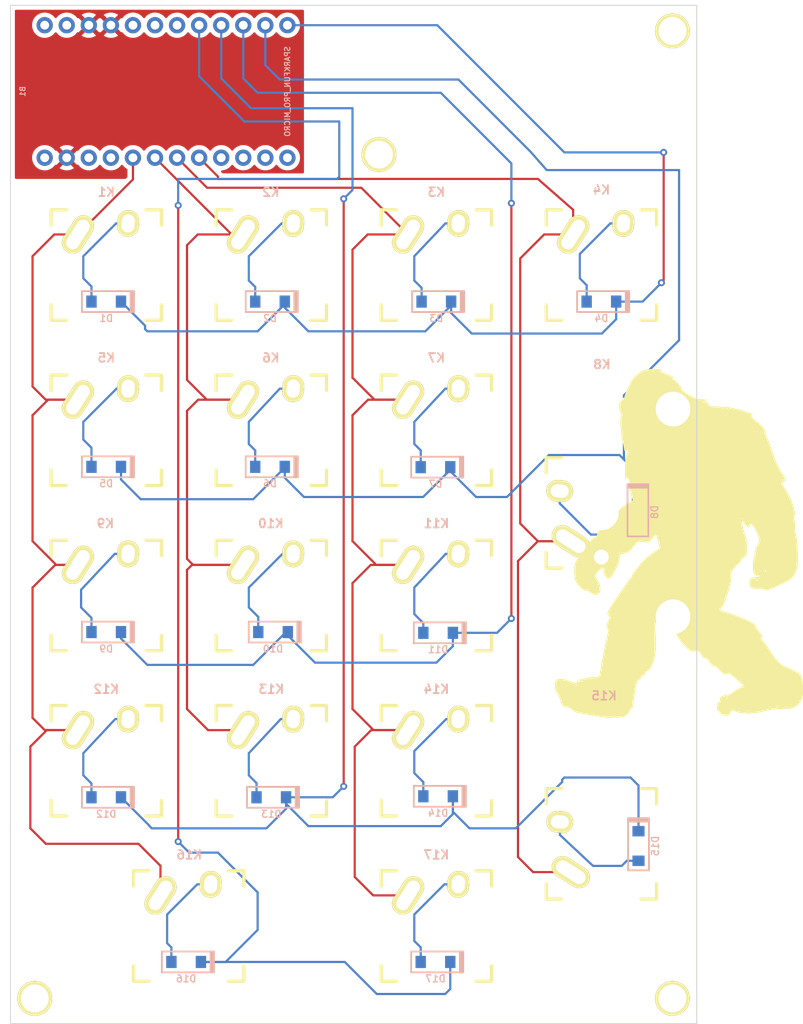
<source format=kicad_pcb>
(kicad_pcb (version 20211014) (generator pcbnew)
  (layers (0 "F.Cu" signal) (31 "B.Cu" signal) (34 "B.Paste" user) (35 "F.Paste" user) (36 "B.SilkS" user "B.Silkscreen") (37 "F.SilkS" user "F.Silkscreen") (38 "B.Mask" user) (39 "F.Mask" user) (44 "Edge.Cuts" user))
  (net 0 "")
  (net 3 "ROW5")
  (net 7 "ROW4")
  (net 8 "ROW3")
  (net 9 "COL4")
  (net 10 "COL3")
  (net 18 "ROW2")
  (net 19 "ROW1")
  (net 20 "COL2")
  (net 21 "COL1")
  (net 22 "Net-(D1-Pad2)")
  (net 23 "Net-(D2-Pad2)")
  (net 24 "Net-(D3-Pad2)")
  (net 25 "Net-(D4-Pad2)")
  (net 26 "GND")
  (net 27 "Net-(D5-Pad2)")
  (net 28 "Net-(D6-Pad2)")
  (net 29 "Net-(D7-Pad2)")
  (net 30 "Net-(D8-Pad2)")
  (net 31 "Net-(D9-Pad2)")
  (net 32 "Net-(D10-Pad2)")
  (net 33 "Net-(D11-Pad2)")
  (net 34 "Net-(D12-Pad2)")
  (net 35 "Net-(D13-Pad2)")
  (net 36 "Net-(D14-Pad2)")
  (net 37 "Net-(D15-Pad2)")
  (net 38 "Net-(D16-Pad2)")
  (net 39 "Net-(D17-Pad2)")
  (footprint "Art Footprints:bigfoot" (layer "F.Cu") (at 242.824 98.298)
    (fp_text reference "G***")
    (fp_text value "LOGO" hide)
  )
  (footprint "keyboard_parts:HOLE_M3" (layer "F.Cu") (at 242.062 150.622)
    (fp_text reference "HOLE_M3" hide)
    (fp_text value "VAL**" hide)
  )
  (footprint "keebs:Mx_Alps_200" (layer "F.Cu") (at 233.884 132.844 90)
    (fp_text reference "K15")
    (fp_text value "KEYSW" hide)
  )
  (footprint "keebs:Mx_Alps_200" (layer "F.Cu") (at 186.384 142.294)
    (fp_text reference "K16")
    (fp_text value "KEYSW" hide)
  )
  (footprint "keebs:Mx_Alps_100" (layer "F.Cu") (at 214.884 66.294)
    (fp_text reference "K3")
    (fp_text value "KEYSW" hide)
  )
  (footprint "keebs:Mx_Alps_100" (layer "F.Cu") (at 195.884 104.294)
    (fp_text reference "K10")
    (fp_text value "KEYSW" hide)
  )
  (footprint "keebs:Mx_Alps_100" (layer "F.Cu") (at 195.884 123.294)
    (fp_text reference "K13")
    (fp_text value "KEYSW" hide)
  )
  (footprint "keyboard_parts:HOLE_M3" (layer "F.Cu") (at 242.062 39.37)
    (fp_text reference "HOLE_M3" hide)
    (fp_text value "VAL**" hide)
  )
  (footprint "keebs:Mx_Alps_100" (layer "F.Cu") (at 214.884 123.294)
    (fp_text reference "K14")
    (fp_text value "KEYSW" hide)
  )
  (footprint "keebs:Mx_Alps_100" (layer "F.Cu") (at 195.884 66.294)
    (fp_text reference "K2")
    (fp_text value "KEYSW" hide)
  )
  (footprint "keebs:Mx_Alps_100" (layer "F.Cu") (at 176.884 85.294)
    (fp_text reference "K5")
    (fp_text value "KEYSW" hide)
  )
  (footprint "keebs:Mx_Alps_200" (layer "F.Cu") (at 233.87135 94.794 90)
    (fp_text reference "K8")
    (fp_text value "KEYSW" hide)
  )
  (footprint "keyboard_parts:HOLE_M3" (layer "F.Cu") (at 208.28 53.594)
    (fp_text reference "HOLE_M3" hide)
    (fp_text value "VAL**" hide)
  )
  (footprint "keebs:Mx_Alps_100" (layer "F.Cu") (at 195.884 85.294)
    (fp_text reference "K6")
    (fp_text value "KEYSW" hide)
  )
  (footprint "keebs:Mx_Alps_100" (layer "F.Cu") (at 214.884 85.294)
    (fp_text reference "K7")
    (fp_text value "KEYSW" hide)
  )
  (footprint "keebs:Mx_Alps_100" (layer "F.Cu") (at 176.884 104.294)
    (fp_text reference "K9")
    (fp_text value "KEYSW" hide)
  )
  (footprint "keyboard_parts:HOLE_M3" (layer "F.Cu") (at 168.656 150.622)
    (fp_text reference "HOLE_M3" hide)
    (fp_text value "VAL**" hide)
  )
  (footprint "keebs:Mx_Alps_100" (layer "F.Cu") (at 214.884 142.294)
    (fp_text reference "K17")
    (fp_text value "KEYSW" hide)
  )
  (footprint "keebs:Mx_Alps_100" (layer "F.Cu") (at 214.884 104.294)
    (fp_text reference "K11")
    (fp_text value "KEYSW" hide)
  )
  (footprint "keebs:Mx_Alps_100" (layer "F.Cu") (at 176.884 66.294)
    (fp_text reference "K1")
    (fp_text value "KEYSW" hide)
  )
  (footprint "keebs:Mx_Alps_100" (layer "F.Cu") (at 233.884 66.294)
    (fp_text reference "K4")
    (fp_text value "KEYSW" hide)
  )
  (footprint "keebs:Mx_Alps_100" (layer "F.Cu") (at 176.884 123.294)
    (fp_text reference "K12")
    (fp_text value "KEYSW" hide)
  )
  (footprint "keyboard_parts:D_SOD123" (layer "B.Cu") (at 238.084 94.694 -90)
    (fp_text reference "D8")
    (fp_text value "D" hide)
  )
  (footprint "keyboard_parts:D_SOD123" (layer "B.Cu") (at 215.084 127.378 180)
    (fp_text reference "D14")
    (fp_text value "D" hide)
  )
  (footprint "keyboard_parts:D_SOD123" (layer "B.Cu") (at 196.084 108.494 180)
    (fp_text reference "D10")
    (fp_text value "D" hide)
  )
  (footprint "keyboard_parts:D_SOD123" (layer "B.Cu") (at 214.884 70.494 180)
    (fp_text reference "D3")
    (fp_text value "D" hide)
  )
  (footprint "Boards:SPARKFUN_PRO_MICRO" (layer "B.Cu") (at 182.499 46.332 -90)
    (fp_text reference "B1")
    (fp_text value "SPARKFUN_PRO_MICRO")
  )
  (footprint "keyboard_parts:D_SOD123" (layer "B.Cu") (at 186.084 146.428 180)
    (fp_text reference "D16")
    (fp_text value "D" hide)
  )
  (footprint "keyboard_parts:D_SOD123" (layer "B.Cu") (at 195.734 70.494 180)
    (fp_text reference "D2")
    (fp_text value "D" hide)
  )
  (footprint "keyboard_parts:D_SOD123" (layer "B.Cu") (at 176.884 70.494 180)
    (fp_text reference "D1")
    (fp_text value "D" hide)
  )
  (footprint "keyboard_parts:D_SOD123" (layer "B.Cu") (at 215.084 108.582 180)
    (fp_text reference "D11")
    (fp_text value "D" hide)
  )
  (footprint "keyboard_parts:D_SOD123" (layer "B.Cu") (at 233.884 70.494 180)
    (fp_text reference "D4")
    (fp_text value "D" hide)
  )
  (footprint "keyboard_parts:D_SOD123" (layer "B.Cu") (at 238.152 133.094 -90)
    (fp_text reference "D15")
    (fp_text value "D" hide)
  )
  (footprint "keyboard_parts:D_SOD123" (layer "B.Cu") (at 214.784 146.428 180)
    (fp_text reference "D17")
    (fp_text value "D" hide)
  )
  (footprint "keyboard_parts:D_SOD123" (layer "B.Cu") (at 176.884 89.494 180)
    (fp_text reference "D5")
    (fp_text value "D" hide)
  )
  (footprint "keyboard_parts:D_SOD123" (layer "B.Cu") (at 195.884 127.494 180)
    (fp_text reference "D13")
    (fp_text value "D" hide)
  )
  (footprint "keyboard_parts:D_SOD123" (layer "B.Cu") (at 176.884 127.494 180)
    (fp_text reference "D12")
    (fp_text value "D" hide)
  )
  (footprint "keyboard_parts:D_SOD123" (layer "B.Cu") (at 214.784 89.532 180)
    (fp_text reference "D7")
    (fp_text value "D" hide)
  )
  (footprint "keyboard_parts:D_SOD123" (layer "B.Cu") (at 176.884 108.494 180)
    (fp_text reference "D9")
    (fp_text value "D" hide)
  )
  (footprint "keyboard_parts:D_SOD123" (layer "B.Cu") (at 195.734 89.494 180)
    (fp_text reference "D6")
    (fp_text value "D" hide)
  )
  (gr_rect locked (start 165.862 36.426) (end 244.856 153.52) (layer "Edge.Cuts") (width 0.1) (fill none))
  (segment (start 185.166 59.436) (end 185.166 132.588) (width 0.25) (layer "F.Cu") (net 3))
  (via (at 185.166 59.436) (size 0.8) (drill 0.4) (layers "F.Cu" "B.Cu") (net 3))
  (via (at 185.166 132.588) (size 0.8) (drill 0.4) (layers "F.Cu" "B.Cu") (net 3))
  (segment (start 187.579 38.712) (end 187.579 44.577) (width 0.25) (layer "B.Cu") (net 3))
  (segment (start 187.784 146.428) (end 204.34 146.428) (width 0.25) (layer "B.Cu") (net 3))
  (segment (start 194.31 142.748) (end 190.63 146.428) (width 0.25) (layer "B.Cu") (net 3))
  (segment (start 190.63 146.428) (end 187.784 146.428) (width 0.25) (layer "B.Cu") (net 3))
  (segment (start 189.738 133.858) (end 194.31 138.43) (width 0.25) (layer "B.Cu") (net 3))
  (segment (start 185.166 132.588) (end 186.436 133.858) (width 0.25) (layer "B.Cu") (net 3))
  (segment (start 192.786 49.784) (end 203.708 49.784) (width 0.25) (layer "B.Cu") (net 3))
  (segment (start 186.436 133.858) (end 189.738 133.858) (width 0.25) (layer "B.Cu") (net 3))
  (segment (start 204.34 146.428) (end 208.026 150.114) (width 0.25) (layer "B.Cu") (net 3))
  (segment (start 203.454 56.388) (end 185.166 56.388) (width 0.25) (layer "B.Cu") (net 3))
  (segment (start 185.166 56.388) (end 185.166 59.436) (width 0.25) (layer "B.Cu") (net 3))
  (segment (start 216.484 149.53) (end 216.484 146.428) (width 0.25) (layer "B.Cu") (net 3))
  (segment (start 187.579 44.577) (end 192.786 49.784) (width 0.25) (layer "B.Cu") (net 3))
  (segment (start 208.026 150.114) (end 215.9 150.114) (width 0.25) (layer "B.Cu") (net 3))
  (segment (start 203.708 49.784) (end 203.708 56.134) (width 0.25) (layer "B.Cu") (net 3))
  (segment (start 215.9 150.114) (end 216.484 149.53) (width 0.25) (layer "B.Cu") (net 3))
  (segment (start 203.708 56.134) (end 203.454 56.388) (width 0.25) (layer "B.Cu") (net 3))
  (segment (start 194.31 138.43) (end 194.31 142.748) (width 0.25) (layer "B.Cu") (net 3))
  (segment (start 204.216 58.674) (end 204.216 126.238) (width 0.25) (layer "F.Cu") (net 7))
  (via (at 204.216 126.238) (size 0.8) (drill 0.4) (layers "F.Cu" "B.Cu") (net 7))
  (via (at 204.216 58.674) (size 0.8) (drill 0.4) (layers "F.Cu" "B.Cu") (net 7))
  (segment (start 181.864 130.81) (end 182.118 131.064) (width 0.25) (layer "B.Cu") (net 7))
  (segment (start 238.152 126.138) (end 238.152 131.394) (width 0.25) (layer "B.Cu") (net 7))
  (segment (start 195.326 131.064) (end 197.584 128.806) (width 0.25) (layer "B.Cu") (net 7))
  (segment (start 202.96 127.494) (end 197.584 127.494) (width 0.25) (layer "B.Cu") (net 7))
  (segment (start 215.392 130.81) (end 216.784 129.418) (width 0.25) (layer "B.Cu") (net 7))
  (segment (start 190.119 44.831) (end 193.04 47.752) (width 0.25) (layer "B.Cu") (net 7))
  (segment (start 216.784 129.154) (end 218.694 131.064) (width 0.25) (layer "B.Cu") (net 7))
  (segment (start 197.584 128.242) (end 200.152 130.81) (width 0.25) (layer "B.Cu") (net 7))
  (segment (start 193.548 48.26) (end 205.232 48.26) (width 0.25) (layer "B.Cu") (net 7))
  (segment (start 216.784 129.418) (end 216.784 127.378) (width 0.25) (layer "B.Cu") (net 7))
  (segment (start 224.028 131.064) (end 229.362 125.73) (width 0.25) (layer "B.Cu") (net 7))
  (segment (start 197.584 127.494) (end 197.584 128.242) (width 0.25) (layer "B.Cu") (net 7))
  (segment (start 204.216 126.238) (end 202.96 127.494) (width 0.25) (layer "B.Cu") (net 7))
  (segment (start 181.864 130.774) (end 181.864 130.81) (width 0.25) (layer "B.Cu") (net 7))
  (segment (start 205.232 57.658) (end 204.216 58.674) (width 0.25) (layer "B.Cu") (net 7))
  (segment (start 205.232 48.26) (end 205.232 57.658) (width 0.25) (layer "B.Cu") (net 7))
  (segment (start 197.584 128.806) (end 197.584 127.494) (width 0.25) (layer "B.Cu") (net 7))
  (segment (start 200.152 130.81) (end 215.392 130.81) (width 0.25) (layer "B.Cu") (net 7))
  (segment (start 229.362 125.73) (end 229.362 125.476) (width 0.25) (layer "B.Cu") (net 7))
  (segment (start 237.236 125.222) (end 238.152 126.138) (width 0.25) (layer "B.Cu") (net 7))
  (segment (start 229.616 125.222) (end 237.236 125.222) (width 0.25) (layer "B.Cu") (net 7))
  (segment (start 193.04 47.752) (end 193.548 48.26) (width 0.25) (layer "B.Cu") (net 7))
  (segment (start 190.119 38.712) (end 190.119 44.831) (width 0.25) (layer "B.Cu") (net 7))
  (segment (start 218.694 131.064) (end 224.028 131.064) (width 0.25) (layer "B.Cu") (net 7))
  (segment (start 216.784 127.378) (end 216.784 129.154) (width 0.25) (layer "B.Cu") (net 7))
  (segment (start 178.584 127.494) (end 181.864 130.774) (width 0.25) (layer "B.Cu") (net 7))
  (segment (start 229.362 125.476) (end 229.616 125.222) (width 0.25) (layer "B.Cu") (net 7))
  (segment (start 182.118 131.064) (end 195.326 131.064) (width 0.25) (layer "B.Cu") (net 7))
  (segment (start 223.52 59.182) (end 223.52 106.934) (width 0.25) (layer "F.Cu") (net 8))
  (via (at 223.52 59.182) (size 0.8) (drill 0.4) (layers "F.Cu" "B.Cu") (net 8))
  (via (at 223.52 106.934) (size 0.8) (drill 0.4) (layers "F.Cu" "B.Cu") (net 8))
  (segment (start 200.914 112.014) (end 214.884 112.014) (width 0.25) (layer "B.Cu") (net 8))
  (segment (start 221.872 108.582) (end 216.784 108.582) (width 0.25) (layer "B.Cu") (net 8))
  (segment (start 193.802 112.268) (end 197.576 108.494) (width 0.25) (layer "B.Cu") (net 8))
  (segment (start 192.659 44.831) (end 194.31 46.482) (width 0.25) (layer "B.Cu") (net 8))
  (segment (start 181.61 112.268) (end 193.802 112.268) (width 0.25) (layer "B.Cu") (net 8))
  (segment (start 214.884 112.014) (end 216.784 110.114) (width 0.25) (layer "B.Cu") (net 8))
  (segment (start 223.52 54.61) (end 223.52 59.182) (width 0.25) (layer "B.Cu") (net 8))
  (segment (start 216.784 110.114) (end 216.784 108.582) (width 0.25) (layer "B.Cu") (net 8))
  (segment (start 178.584 108.494) (end 178.584 109.242) (width 0.25) (layer "B.Cu") (net 8))
  (segment (start 178.584 109.242) (end 181.61 112.268) (width 0.25) (layer "B.Cu") (net 8))
  (segment (start 194.31 46.482) (end 206.756 46.482) (width 0.25) (layer "B.Cu") (net 8))
  (segment (start 215.392 46.482) (end 223.52 54.61) (width 0.25) (layer "B.Cu") (net 8))
  (segment (start 197.784 108.884) (end 200.914 112.014) (width 0.25) (layer "B.Cu") (net 8))
  (segment (start 197.784 108.494) (end 197.784 108.884) (width 0.25) (layer "B.Cu") (net 8))
  (segment (start 223.52 106.934) (end 221.872 108.582) (width 0.25) (layer "B.Cu") (net 8))
  (segment (start 197.576 108.494) (end 197.784 108.494) (width 0.25) (layer "B.Cu") (net 8))
  (segment (start 192.659 38.712) (end 192.659 44.831) (width 0.25) (layer "B.Cu") (net 8))
  (segment (start 206.756 46.482) (end 215.392 46.482) (width 0.25) (layer "B.Cu") (net 8))
  (segment (start 230.629 62.774) (end 227.294 62.774) (width 0.25) (layer "F.Cu") (net 9))
  (segment (start 224.536 65.532) (end 224.536 96.012) (width 0.25) (layer "F.Cu") (net 9))
  (segment (start 230.629 59.941) (end 230.629 62.774) (width 0.25) (layer "F.Cu") (net 9))
  (segment (start 226.015 136.099) (end 230.364 136.099) (width 0.25) (layer "F.Cu") (net 9))
  (segment (start 224.536 96.012) (end 226.573 98.049) (width 0.25) (layer "F.Cu") (net 9))
  (segment (start 189.738 56.111) (end 189.738 56.388) (width 0.25) (layer "F.Cu") (net 9))
  (segment (start 226.568 56.388) (end 230.629 59.941) (width 0.25) (layer "F.Cu") (net 9))
  (segment (start 230.35135 98.049) (end 226.563 98.049) (width 0.25) (layer "F.Cu") (net 9))
  (segment (start 227.294 62.774) (end 224.536 65.532) (width 0.25) (layer "F.Cu") (net 9))
  (segment (start 226.563 98.049) (end 224.282 100.33) (width 0.25) (layer "F.Cu") (net 9))
  (segment (start 189.738 56.388) (end 226.568 56.388) (width 0.25) (layer "F.Cu") (net 9))
  (segment (start 224.282 134.366) (end 226.015 136.099) (width 0.25) (layer "F.Cu") (net 9))
  (segment (start 187.579 53.952) (end 189.738 56.111) (width 0.25) (layer "F.Cu") (net 9))
  (segment (start 224.282 100.33) (end 224.282 134.366) (width 0.25) (layer "F.Cu") (net 9))
  (segment (start 226.573 98.049) (end 230.35135 98.049) (width 0.25) (layer "F.Cu") (net 9))
  (segment (start 207.024 81.774) (end 205.232 83.566) (width 0.25) (layer "F.Cu") (net 10))
  (segment (start 207.658 119.774) (end 211.629 119.774) (width 0.25) (layer "F.Cu") (net 10))
  (segment (start 211.618 62.774) (end 211.629 62.774) (width 0.25) (layer "F.Cu") (net 10))
  (segment (start 205.232 102.87) (end 205.232 117.348) (width 0.25) (layer "F.Cu") (net 10))
  (segment (start 205.232 79.248) (end 207.758 81.774) (width 0.25) (layer "F.Cu") (net 10))
  (segment (start 205.232 83.566) (end 205.232 98.044) (width 0.25) (layer "F.Cu") (net 10))
  (segment (start 211.629 119.774) (end 207.378 119.774) (width 0.25) (layer "F.Cu") (net 10))
  (segment (start 207.378 119.774) (end 205.486 121.666) (width 0.25) (layer "F.Cu") (net 10))
  (segment (start 185.039 53.952) (end 188.491 57.404) (width 0.25) (layer "F.Cu") (net 10))
  (segment (start 205.486 136.652) (end 207.608 138.774) (width 0.25) (layer "F.Cu") (net 10))
  (segment (start 211.629 81.774) (end 207.024 81.774) (width 0.25) (layer "F.Cu") (net 10))
  (segment (start 205.232 98.044) (end 207.962 100.774) (width 0.25) (layer "F.Cu") (net 10))
  (segment (start 206.974 62.774) (end 205.232 64.516) (width 0.25) (layer "F.Cu") (net 10))
  (segment (start 207.758 81.774) (end 211.629 81.774) (width 0.25) (layer "F.Cu") (net 10))
  (segment (start 188.491 57.404) (end 206.248 57.404) (width 0.25) (layer "F.Cu") (net 10))
  (segment (start 205.486 121.666) (end 205.486 136.652) (width 0.25) (layer "F.Cu") (net 10))
  (segment (start 206.248 57.404) (end 211.618 62.774) (width 0.25) (layer "F.Cu") (net 10))
  (segment (start 211.629 100.774) (end 207.328 100.774) (width 0.25) (layer "F.Cu") (net 10))
  (segment (start 205.232 117.348) (end 207.658 119.774) (width 0.25) (layer "F.Cu") (net 10))
  (segment (start 207.962 100.774) (end 211.629 100.774) (width 0.25) (layer "F.Cu") (net 10))
  (segment (start 207.608 138.774) (end 211.629 138.774) (width 0.25) (layer "F.Cu") (net 10))
  (segment (start 207.328 100.774) (end 205.232 102.87) (width 0.25) (layer "F.Cu") (net 10))
  (segment (start 211.629 62.774) (end 206.974 62.774) (width 0.25) (layer "F.Cu") (net 10))
  (segment (start 205.232 64.516) (end 205.232 79.248) (width 0.25) (layer "F.Cu") (net 10))
  (segment (start 227.584 55.372) (end 242.824 55.372) (width 0.25) (layer "B.Cu") (net 18))
  (segment (start 223.012 92.964) (end 227.838 88.138) (width 0.25) (layer "B.Cu") (net 18))
  (segment (start 193.802 93.218) (end 197.434 89.586) (width 0.25) (layer "B.Cu") (net 18))
  (segment (start 242.824 55.372) (end 242.824 74.93) (width 0.25) (layer "B.Cu") (net 18))
  (segment (start 199.644 92.964) (end 213.36 92.964) (width 0.25) (layer "B.Cu") (net 18))
  (segment (start 225.679 53.213) (end 227.584 55.372) (width 0.25) (layer "B.Cu") (net 18))
  (segment (start 196.85 44.958) (end 217.424 44.958) (width 0.25) (layer "B.Cu") (net 18))
  (segment (start 236.982 89.154) (end 238.084 90.256) (width 0.25) (layer "B.Cu") (net 18))
  (segment (start 197.434 89.586) (end 197.434 89.494) (width 0.25) (layer "B.Cu") (net 18))
  (segment (start 236.474 81.28) (end 236.474 88.646) (width 0.25) (layer "B.Cu") (net 18))
  (segment (start 216.484 89.84) (end 216.484 89.532) (width 0.25) (layer "B.Cu") (net 18))
  (segment (start 195.199 38.712) (end 195.199 43.307) (width 0.25) (layer "B.Cu") (net 18))
  (segment (start 197.434 89.494) (end 197.434 90.754) (width 0.25) (layer "B.Cu") (net 18))
  (segment (start 178.584 90.954) (end 180.848 93.218) (width 0.25) (layer "B.Cu") (net 18))
  (segment (start 217.424 44.958) (end 225.679 53.213) (width 0.25) (layer "B.Cu") (net 18))
  (segment (start 197.434 90.754) (end 199.644 92.964) (width 0.25) (layer "B.Cu") (net 18))
  (segment (start 195.199 43.307) (end 196.85 44.958) (width 0.25) (layer "B.Cu") (net 18))
  (segment (start 216.484 89.992) (end 219.456 92.964) (width 0.25) (layer "B.Cu") (net 18))
  (segment (start 180.848 93.218) (end 193.802 93.218) (width 0.25) (layer "B.Cu") (net 18))
  (segment (start 178.584 89.494) (end 178.584 90.954) (width 0.25) (layer "B.Cu") (net 18))
  (segment (start 235.966 88.138) (end 236.982 89.154) (width 0.25) (layer "B.Cu") (net 18))
  (segment (start 219.456 92.964) (end 223.012 92.964) (width 0.25) (layer "B.Cu") (net 18))
  (segment (start 213.36 92.964) (end 216.484 89.84) (width 0.25) (layer "B.Cu") (net 18))
  (segment (start 238.084 90.256) (end 238.084 92.994) (width 0.25) (layer "B.Cu") (net 18))
  (segment (start 227.838 88.138) (end 235.966 88.138) (width 0.25) (layer "B.Cu") (net 18))
  (segment (start 216.484 89.532) (end 216.484 89.992) (width 0.25) (layer "B.Cu") (net 18))
  (segment (start 242.824 74.93) (end 236.474 81.28) (width 0.25) (layer "B.Cu") (net 18))
  (segment (start 236.474 88.646) (end 236.982 89.154) (width 0.25) (layer "B.Cu") (net 18))
  (segment (start 241.046 53.34) (end 241.046 68.072) (width 0.25) (layer "F.Cu") (net 19))
  (segment (start 241.046 68.072) (end 240.792 68.326) (width 0.25) (layer "F.Cu") (net 19))
  (via (at 240.792 68.326) (size 0.8) (drill 0.4) (layers "F.Cu" "B.Cu") (net 19))
  (via (at 241.046 53.34) (size 0.8) (drill 0.4) (layers "F.Cu" "B.Cu") (net 19))
  (segment (start 235.584 72.518) (end 235.584 70.494) (width 0.25) (layer "B.Cu") (net 19))
  (segment (start 229.616 53.34) (end 241.046 53.34) (width 0.25) (layer "B.Cu") (net 19))
  (segment (start 216.584 70.944) (end 216.584 70.494) (width 0.25) (layer "B.Cu") (net 19))
  (segment (start 181.61 73.914) (end 194.31 73.914) (width 0.25) (layer "B.Cu") (net 19))
  (segment (start 197.434 71.196) (end 200.152 73.914) (width 0.25) (layer "B.Cu") (net 19))
  (segment (start 197.434 70.494) (end 197.434 71.196) (width 0.25) (layer "B.Cu") (net 19))
  (segment (start 197.434 70.79) (end 197.434 70.494) (width 0.25) (layer "B.Cu") (net 19))
  (segment (start 197.739 38.712) (end 214.988 38.712) (width 0.25) (layer "B.Cu") (net 19))
  (segment (start 240.792 68.326) (end 238.624 70.494) (width 0.25) (layer "B.Cu") (net 19))
  (segment (start 233.934 74.168) (end 235.584 72.518) (width 0.25) (layer "B.Cu") (net 19))
  (segment (start 216.584 71.804) (end 218.948 74.168) (width 0.25) (layer "B.Cu") (net 19))
  (segment (start 214.988 38.712) (end 229.616 53.34) (width 0.25) (layer "B.Cu") (net 19))
  (segment (start 218.948 74.168) (end 233.934 74.168) (width 0.25) (layer "B.Cu") (net 19))
  (segment (start 213.614 73.914) (end 216.584 70.944) (width 0.25) (layer "B.Cu") (net 19))
  (segment (start 178.584 70.494) (end 181.356 73.266) (width 0.25) (layer "B.Cu") (net 19))
  (segment (start 238.624 70.494) (end 235.584 70.494) (width 0.25) (layer "B.Cu") (net 19))
  (segment (start 194.31 73.914) (end 197.434 70.79) (width 0.25) (layer "B.Cu") (net 19))
  (segment (start 200.152 73.914) (end 213.614 73.914) (width 0.25) (layer "B.Cu") (net 19))
  (segment (start 216.584 70.494) (end 216.584 71.804) (width 0.25) (layer "B.Cu") (net 19))
  (segment (start 181.356 73.66) (end 181.61 73.914) (width 0.25) (layer "B.Cu") (net 19))
  (segment (start 181.356 73.266) (end 181.356 73.66) (width 0.25) (layer "B.Cu") (net 19))
  (segment (start 186.182 100.076) (end 186.88 100.774) (width 0.25) (layer "F.Cu") (net 20))
  (segment (start 186.182 64.008) (end 186.182 79.502) (width 0.25) (layer "F.Cu") (net 20))
  (segment (start 187.466 81.774) (end 186.182 83.058) (width 0.25) (layer "F.Cu") (net 20))
  (segment (start 186.754 100.774) (end 186.182 101.346) (width 0.25) (layer "F.Cu") (net 20))
  (segment (start 182.499 53.952) (end 191.321 62.774) (width 0.25) (layer "F.Cu") (net 20))
  (segment (start 186.182 101.346) (end 186.182 117.348) (width 0.25) (layer "F.Cu") (net 20))
  (segment (start 186.88 100.774) (end 192.629 100.774) (width 0.25) (layer "F.Cu") (net 20))
  (segment (start 186.182 79.502) (end 188.454 81.774) (width 0.25) (layer "F.Cu") (net 20))
  (segment (start 186.182 117.348) (end 188.608 119.774) (width 0.25) (layer "F.Cu") (net 20))
  (segment (start 186.182 83.058) (end 186.182 100.076) (width 0.25) (layer "F.Cu") (net 20))
  (segment (start 188.608 119.774) (end 192.629 119.774) (width 0.25) (layer "F.Cu") (net 20))
  (segment (start 192.629 62.774) (end 187.416 62.774) (width 0.25) (layer "F.Cu") (net 20))
  (segment (start 187.416 62.774) (end 186.182 64.008) (width 0.25) (layer "F.Cu") (net 20))
  (segment (start 192.629 100.774) (end 186.754 100.774) (width 0.25) (layer "F.Cu") (net 20))
  (segment (start 191.321 62.774) (end 192.629 62.774) (width 0.25) (layer "F.Cu") (net 20))
  (segment (start 192.629 81.774) (end 187.466 81.774) (width 0.25) (layer "F.Cu") (net 20))
  (segment (start 188.454 81.774) (end 192.629 81.774) (width 0.25) (layer "F.Cu") (net 20))
  (segment (start 179.959 56.444) (end 173.629 62.774) (width 0.25) (layer "F.Cu") (net 21))
  (segment (start 171.132 100.774) (end 173.629 100.774) (width 0.25) (layer "F.Cu") (net 21))
  (segment (start 173.629 62.774) (end 170.906 62.774) (width 0.25) (layer "F.Cu") (net 21))
  (segment (start 183.129 135.377) (end 183.129 138.774) (width 0.25) (layer "F.Cu") (net 21))
  (segment (start 168.402 80.264) (end 169.912 81.774) (width 0.25) (layer "F.Cu") (net 21))
  (segment (start 171.006 100.774) (end 168.402 103.378) (width 0.25) (layer "F.Cu") (net 21))
  (segment (start 168.402 98.044) (end 171.132 100.774) (width 0.25) (layer "F.Cu") (net 21))
  (segment (start 168.148 121.666) (end 168.148 131.064) (width 0.25) (layer "F.Cu") (net 21))
  (segment (start 169.912 81.774) (end 173.629 81.774) (width 0.25) (layer "F.Cu") (net 21))
  (segment (start 173.629 81.774) (end 170.194 81.774) (width 0.25) (layer "F.Cu") (net 21))
  (segment (start 168.402 65.278) (end 168.402 80.264) (width 0.25) (layer "F.Cu") (net 21))
  (segment (start 170.194 81.774) (end 168.402 83.566) (width 0.25) (layer "F.Cu") (net 21))
  (segment (start 168.402 103.378) (end 168.402 118.364) (width 0.25) (layer "F.Cu") (net 21))
  (segment (start 168.402 83.566) (end 168.402 98.044) (width 0.25) (layer "F.Cu") (net 21))
  (segment (start 173.629 119.774) (end 170.04 119.774) (width 0.25) (layer "F.Cu") (net 21))
  (segment (start 169.812 119.774) (end 173.629 119.774) (width 0.25) (layer "F.Cu") (net 21))
  (segment (start 169.926 132.842) (end 180.594 132.842) (width 0.25) (layer "F.Cu") (net 21))
  (segment (start 173.629 100.774) (end 171.006 100.774) (width 0.25) (layer "F.Cu") (net 21))
  (segment (start 168.402 118.364) (end 169.812 119.774) (width 0.25) (layer "F.Cu") (net 21))
  (segment (start 170.906 62.774) (end 168.402 65.278) (width 0.25) (layer "F.Cu") (net 21))
  (segment (start 170.04 119.774) (end 168.148 121.666) (width 0.25) (layer "F.Cu") (net 21))
  (segment (start 180.594 132.842) (end 183.129 135.377) (width 0.25) (layer "F.Cu") (net 21))
  (segment (start 179.959 53.952) (end 179.959 56.444) (width 0.25) (layer "F.Cu") (net 21))
  (segment (start 168.148 131.064) (end 169.926 132.842) (width 0.25) (layer "F.Cu") (net 21))
  (segment (start 178.018 61.504) (end 174.244 65.278) (width 0.25) (layer "B.Cu") (net 22))
  (segment (start 179.404 61.504) (end 178.018 61.504) (width 0.25) (layer "B.Cu") (net 22))
  (segment (start 174.244 67.818) (end 175.184 68.758) (width 0.25) (layer "B.Cu") (net 22))
  (segment (start 174.244 65.278) (end 174.244 67.818) (width 0.25) (layer "B.Cu") (net 22))
  (segment (start 175.184 68.758) (end 175.184 70.494) (width 0.25) (layer "B.Cu") (net 22))
  (segment (start 198.404 61.504) (end 197.068 61.504) (width 0.25) (layer "B.Cu") (net 23))
  (segment (start 194.034 68.812) (end 194.034 70.494) (width 0.25) (layer "B.Cu") (net 23))
  (segment (start 193.294 65.278) (end 193.294 68.072) (width 0.25) (layer "B.Cu") (net 23))
  (segment (start 197.068 61.504) (end 193.294 65.278) (width 0.25) (layer "B.Cu") (net 23))
  (segment (start 193.294 68.072) (end 194.034 68.812) (width 0.25) (layer "B.Cu") (net 23))
  (segment (start 213.184 68.912) (end 213.184 70.494) (width 0.25) (layer "B.Cu") (net 24))
  (segment (start 215.923724 61.504) (end 212.344 65.278) (width 0.25) (layer "B.Cu") (net 24))
  (segment (start 212.344 68.072) (end 213.184 68.912) (width 0.25) (layer "B.Cu") (net 24))
  (segment (start 212.344 65.278) (end 212.344 68.072) (width 0.25) (layer "B.Cu") (net 24))
  (segment (start 217.404 61.504) (end 215.923724 61.504) (width 0.25) (layer "B.Cu") (net 24))
  (segment (start 232.184 68.608) (end 232.184 70.494) (width 0.25) (layer "B.Cu") (net 25))
  (segment (start 231.394 67.818) (end 232.184 68.608) (width 0.25) (layer "B.Cu") (net 25))
  (segment (start 236.404 61.504) (end 234.914 61.504) (width 0.25) (layer "B.Cu") (net 25))
  (segment (start 231.394 65.024) (end 231.394 67.818) (width 0.25) (layer "B.Cu") (net 25))
  (segment (start 234.914 61.504) (end 231.394 65.024) (width 0.25) (layer "B.Cu") (net 25))
  (segment (start 175.184 87.3) (end 175.184 89.494) (width 0.25) (layer "B.Cu") (net 27))
  (segment (start 174.244 84.328) (end 174.244 86.36) (width 0.25) (layer "B.Cu") (net 27))
  (segment (start 174.244 86.36) (end 175.184 87.3) (width 0.25) (layer "B.Cu") (net 27))
  (segment (start 178.068 80.504) (end 174.244 84.328) (width 0.25) (layer "B.Cu") (net 27))
  (segment (start 179.404 80.504) (end 178.068 80.504) (width 0.25) (layer "B.Cu") (net 27))
  (segment (start 196.864 80.504) (end 193.294 84.328) (width 0.25) (layer "B.Cu") (net 28))
  (segment (start 193.294 84.328) (end 193.294 86.868) (width 0.25) (layer "B.Cu") (net 28))
  (segment (start 194.034 87.608) (end 194.034 89.494) (width 0.25) (layer "B.Cu") (net 28))
  (segment (start 193.294 86.868) (end 194.034 87.608) (width 0.25) (layer "B.Cu") (net 28))
  (segment (start 198.404 80.504) (end 196.864 80.504) (width 0.25) (layer "B.Cu") (net 28))
  (segment (start 212.344 84.328) (end 212.344 86.868) (width 0.25) (layer "B.Cu") (net 29))
  (segment (start 215.914 80.504) (end 212.344 84.328) (width 0.25) (layer "B.Cu") (net 29))
  (segment (start 217.404 80.504) (end 215.914 80.504) (width 0.25) (layer "B.Cu") (net 29))
  (segment (start 213.084 87.608) (end 213.084 89.532) (width 0.25) (layer "B.Cu") (net 29))
  (segment (start 212.344 86.868) (end 213.084 87.608) (width 0.25) (layer "B.Cu") (net 29))
  (segment (start 235.712 97.282) (end 236.6 96.394) (width 0.25) (layer "B.Cu") (net 30))
  (segment (start 236.6 96.394) (end 238.084 96.394) (width 0.25) (layer "B.Cu") (net 30))
  (segment (start 229.08135 92.274) (end 229.08135 93.69935) (width 0.25) (layer "B.Cu") (net 30))
  (segment (start 229.08135 93.69935) (end 232.664 97.282) (width 0.25) (layer "B.Cu") (net 30))
  (segment (start 232.664 97.282) (end 235.712 97.282) (width 0.25) (layer "B.Cu") (net 30))
  (segment (start 173.99 105.664) (end 175.184 106.858) (width 0.25) (layer "B.Cu") (net 31))
  (segment (start 177.864 99.504) (end 173.99 103.632) (width 0.25) (layer "B.Cu") (net 31))
  (segment (start 175.184 106.858) (end 175.184 108.494) (width 0.25) (layer "B.Cu") (net 31))
  (segment (start 179.404 99.504) (end 177.864 99.504) (width 0.25) (layer "B.Cu") (net 31))
  (segment (start 173.99 103.632) (end 173.99 105.664) (width 0.25) (layer "B.Cu") (net 31))
  (segment (start 193.294 103.378) (end 193.294 105.664) (width 0.25) (layer "B.Cu") (net 32))
  (segment (start 197.168 99.504) (end 193.294 103.378) (width 0.25) (layer "B.Cu") (net 32))
  (segment (start 193.294 105.664) (end 194.384 106.754) (width 0.25) (layer "B.Cu") (net 32))
  (segment (start 194.384 106.754) (end 194.384 108.494) (width 0.25) (layer "B.Cu") (net 32))
  (segment (start 198.404 99.504) (end 197.168 99.504) (width 0.25) (layer "B.Cu") (net 32))
  (segment (start 212.344 106.426) (end 213.384 107.466) (width 0.25) (layer "B.Cu") (net 33))
  (segment (start 217.404 99.504) (end 215.964 99.504) (width 0.25) (layer "B.Cu") (net 33))
  (segment (start 213.384 107.466) (end 213.384 108.582) (width 0.25) (layer "B.Cu") (net 33))
  (segment (start 212.344 103.378) (end 212.344 106.426) (width 0.25) (layer "B.Cu") (net 33))
  (segment (start 215.964 99.504) (end 212.344 103.378) (width 0.25) (layer "B.Cu") (net 33))
  (segment (start 179.404 118.504) (end 177.914 118.504) (width 0.25) (layer "B.Cu") (net 34))
  (segment (start 174.244 124.968) (end 175.184 125.908) (width 0.25) (layer "B.Cu") (net 34))
  (segment (start 177.914 118.504) (end 174.244 122.428) (width 0.25) (layer "B.Cu") (net 34))
  (segment (start 175.184 125.908) (end 175.184 127.494) (width 0.25) (layer "B.Cu") (net 34))
  (segment (start 174.244 122.428) (end 174.244 124.968) (width 0.25) (layer "B.Cu") (net 34))
  (segment (start 193.294 122.428) (end 193.294 124.968) (width 0.25) (layer "B.Cu") (net 35))
  (segment (start 198.404 118.504) (end 196.964 118.504) (width 0.25) (layer "B.Cu") (net 35))
  (segment (start 193.294 124.968) (end 194.184 125.858) (width 0.25) (layer "B.Cu") (net 35))
  (segment (start 196.964 118.504) (end 193.294 122.428) (width 0.25) (layer "B.Cu") (net 35))
  (segment (start 194.184 125.858) (end 194.184 127.494) (width 0.25) (layer "B.Cu") (net 35))
  (segment (start 216.014 118.504) (end 212.344 122.174) (width 0.25) (layer "B.Cu") (net 36))
  (segment (start 212.344 124.714) (end 213.384 125.754) (width 0.25) (layer "B.Cu") (net 36))
  (segment (start 212.344 122.174) (end 212.344 124.714) (width 0.25) (layer "B.Cu") (net 36))
  (segment (start 217.404 118.504) (end 216.014 118.504) (width 0.25) (layer "B.Cu") (net 36))
  (segment (start 213.384 125.754) (end 213.384 127.378) (width 0.25) (layer "B.Cu") (net 36))
  (segment (start 236.808 134.794) (end 238.152 134.794) (width 0.25) (layer "B.Cu") (net 37))
  (segment (start 232.918 135.382) (end 236.22 135.382) (width 0.25) (layer "B.Cu") (net 37))
  (segment (start 236.22 135.382) (end 236.808 134.794) (width 0.25) (layer "B.Cu") (net 37))
  (segment (start 229.094 130.324) (end 229.094 131.812) (width 0.25) (layer "B.Cu") (net 37))
  (segment (start 229.094 131.812) (end 232.918 135.382) (width 0.25) (layer "B.Cu") (net 37))
  (segment (start 183.896 144.272) (end 184.384 144.76) (width 0.25) (layer "B.Cu") (net 38))
  (segment (start 184.384 144.76) (end 184.384 146.428) (width 0.25) (layer "B.Cu") (net 38))
  (segment (start 183.896 140.97) (end 183.896 144.272) (width 0.25) (layer "B.Cu") (net 38))
  (segment (start 187.362 137.504) (end 183.896 140.97) (width 0.25) (layer "B.Cu") (net 38))
  (segment (start 188.904 137.504) (end 187.362 137.504) (width 0.25) (layer "B.Cu") (net 38))
  (segment (start 212.344 144.018) (end 213.084 144.758) (width 0.25) (layer "B.Cu") (net 39))
  (segment (start 217.404 137.504) (end 215.81 137.504) (width 0.25) (layer "B.Cu") (net 39))
  (segment (start 215.81 137.504) (end 212.344 140.97) (width 0.25) (layer "B.Cu") (net 39))
  (segment (start 213.084 144.758) (end 213.084 146.428) (width 0.25) (layer "B.Cu") (net 39))
  (segment (start 212.344 140.97) (end 212.344 144.018) (width 0.25) (layer "B.Cu") (net 39))
  (zone (net 26) (net_name "GND") (layer "F.Cu") (connect_pads (clearance 0.508)) (min_thickness 0.254) (fill yes (thermal_gap 0.508) (thermal_bridge_width 0.508))
    (polygon (pts (xy 199.644 56.388) (xy 165.1 56.388) (xy 165.1 35.814) (xy 199.644 35.814)))
  )
)
</source>
